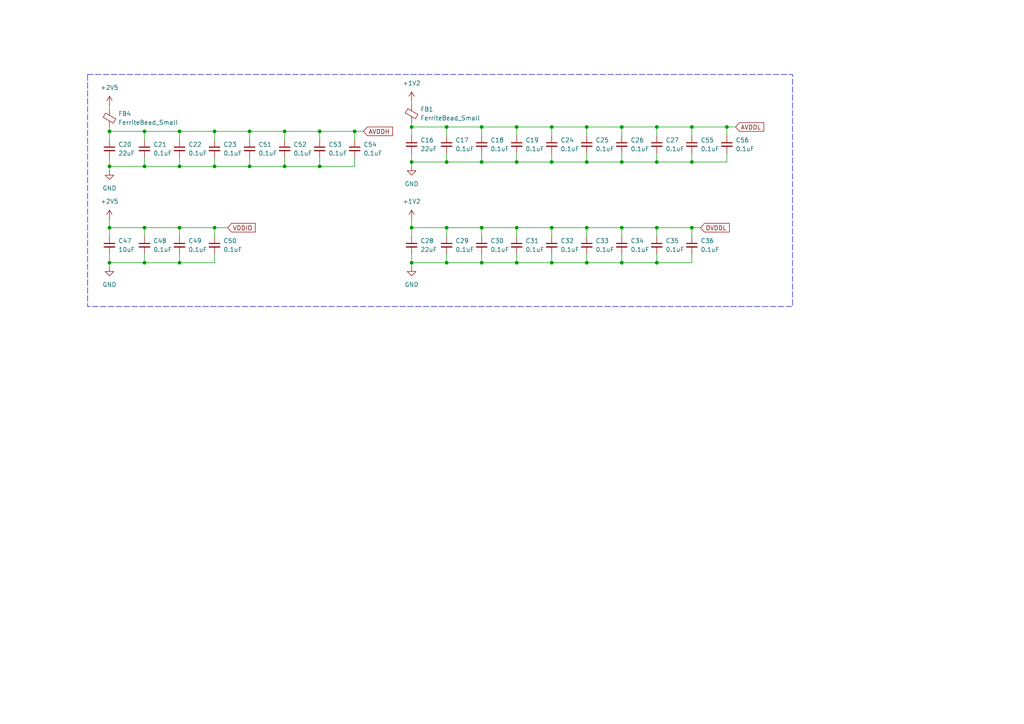
<source format=kicad_sch>
(kicad_sch (version 20231120) (generator "eeschema") (generator_version "8.0")
  (paper "A4")
  (lib_symbols
    (symbol "Device:C_Small" (pin_numbers hide) (pin_names (offset 0.254) hide)
      (property "Reference" "C" (at 0.254 1.778 0))
      (property "Value" "C_Small" (at 0.254 -2.032 0))
      (symbol "C_Small_0_1"
        (polyline (pts (xy -1.524 -0.508) (xy 1.524 -0.508)) (stroke (width 0.3302)))
        (polyline (pts (xy -1.524 0.508) (xy 1.524 0.508)) (stroke (width 0.3048)))
      )
      (symbol "C_Small_1_1"
        (pin passive line (at 0 2.54 270) (length 2.032) (name "~") (number "1"))
        (pin passive line (at 0 -2.54 90) (length 2.032) (name "~") (number "2"))
      )
    )
    (symbol "Device:FerriteBead_Small" (pin_numbers hide) (pin_names (offset 0))
      (property "Reference" "FB" (at 1.905 1.27 0))
      (property "Value" "FerriteBead_Small" (at 1.905 -1.27 0))
      (symbol "FerriteBead_Small_0_1"
        (polyline (pts (xy 0 -1.27) (xy 0 -0.7874)))
        (polyline (pts (xy 0 0.889) (xy 0 1.2954)))
        (polyline (pts (xy -1.8288 0.2794) (xy -1.1176 1.4986) (xy 1.8288 -0.2032) (xy 1.1176 -1.4224) (xy -1.8288 0.2794)))
      )
      (symbol "FerriteBead_Small_1_1"
        (pin passive line (at 0 2.54 270) (length 1.27) (name "~") (number "1"))
        (pin passive line (at 0 -2.54 90) (length 1.27) (name "~") (number "2"))
      )
    )
    (symbol "power:+1V2" (power) (pin_numbers hide) (pin_names (offset 0) hide)
      (property "Value" "+1V2" (at 0 3.556 0))
      (symbol "+1V2_0_1"
        (polyline (pts (xy -0.762 1.27) (xy 0 2.54)))
        (polyline (pts (xy 0 0) (xy 0 2.54)))
        (polyline (pts (xy 0 2.54) (xy 0.762 1.27)))
      )
      (symbol "+1V2_1_1"
        (pin power_in line (at 0 0 90) (length 0) (name "~") (number "1"))
      )
    )
    (symbol "power:+2V5" (power) (pin_numbers hide) (pin_names (offset 0) hide)
      (property "Value" "+2V5" (at 0 3.556 0))
      (symbol "+2V5_0_1"
        (polyline (pts (xy -0.762 1.27) (xy 0 2.54)))
        (polyline (pts (xy 0 0) (xy 0 2.54)))
        (polyline (pts (xy 0 2.54) (xy 0.762 1.27)))
      )
      (symbol "+2V5_1_1"
        (pin power_in line (at 0 0 90) (length 0) (name "~") (number "1"))
      )
    )
    (symbol "power:GND" (power) (pin_numbers hide) (pin_names (offset 0) hide)
      (property "Value" "GND" (at 0 -3.81 0))
      (symbol "GND_0_1"
        (polyline (pts (xy 0 0) (xy 0 -1.27) (xy 1.27 -1.27) (xy 0 -2.54) (xy -1.27 -1.27) (xy 0 -1.27)))
      )
      (symbol "GND_1_1"
        (pin power_in line (at 0 0 270) (length 0) (name "~") (number "1"))
      )
    )
  )
  (junction (at 190.5 46.99))
  (junction (at 52.07 66.04))
  (junction (at 129.54 46.99))
  (junction (at 200.66 46.99))
  (junction (at 62.23 48.26))
  (junction (at 41.91 38.1))
  (junction (at 41.91 66.04))
  (junction (at 129.54 76.2))
  (junction (at 41.91 76.2))
  (junction (at 210.82 36.83))
  (junction (at 119.38 36.83))
  (junction (at 52.07 76.2))
  (junction (at 129.54 66.04))
  (junction (at 41.91 48.26))
  (junction (at 82.55 38.1))
  (junction (at 170.18 76.2))
  (junction (at 149.86 36.83))
  (junction (at 139.7 66.04))
  (junction (at 190.5 76.2))
  (junction (at 180.34 46.99))
  (junction (at 52.07 38.1))
  (junction (at 119.38 66.04))
  (junction (at 200.66 66.04))
  (junction (at 160.02 46.99))
  (junction (at 190.5 36.83))
  (junction (at 170.18 46.99))
  (junction (at 92.71 48.26))
  (junction (at 129.54 36.83))
  (junction (at 160.02 36.83))
  (junction (at 170.18 66.04))
  (junction (at 200.66 36.83))
  (junction (at 31.75 76.2))
  (junction (at 119.38 46.99))
  (junction (at 31.75 48.26))
  (junction (at 92.71 38.1))
  (junction (at 139.7 36.83))
  (junction (at 160.02 66.04))
  (junction (at 160.02 76.2))
  (junction (at 72.39 48.26))
  (junction (at 62.23 66.04))
  (junction (at 180.34 76.2))
  (junction (at 52.07 48.26))
  (junction (at 190.5 66.04))
  (junction (at 139.7 76.2))
  (junction (at 149.86 66.04))
  (junction (at 180.34 36.83))
  (junction (at 139.7 46.99))
  (junction (at 102.87 38.1))
  (junction (at 119.38 76.2))
  (junction (at 149.86 46.99))
  (junction (at 31.75 38.1))
  (junction (at 62.23 38.1))
  (junction (at 82.55 48.26))
  (junction (at 149.86 76.2))
  (junction (at 180.34 66.04))
  (junction (at 72.39 38.1))
  (junction (at 31.75 66.04))
  (junction (at 170.18 36.83))
  (wire (pts (xy 119.38 66.04) (xy 129.54 66.04)))
  (wire (pts (xy 92.71 45.72) (xy 92.71 48.26)))
  (wire (pts (xy 119.38 36.83) (xy 129.54 36.83)))
  (wire (pts (xy 62.23 76.2) (xy 52.07 76.2)))
  (wire (pts (xy 72.39 38.1) (xy 72.39 40.64)))
  (wire (pts (xy 129.54 76.2) (xy 119.38 76.2)))
  (wire (pts (xy 82.55 38.1) (xy 82.55 40.64)))
  (wire (pts (xy 119.38 46.99) (xy 119.38 44.45)))
  (wire (pts (xy 170.18 36.83) (xy 180.34 36.83)))
  (wire (pts (xy 190.5 76.2) (xy 180.34 76.2)))
  (wire (pts (xy 200.66 66.04) (xy 203.2 66.04)))
  (wire (pts (xy 180.34 76.2) (xy 170.18 76.2)))
  (wire (pts (xy 129.54 36.83) (xy 129.54 39.37)))
  (wire (pts (xy 160.02 73.66) (xy 160.02 76.2)))
  (wire (pts (xy 119.38 35.56) (xy 119.38 36.83)))
  (wire (pts (xy 62.23 45.72) (xy 62.23 48.26)))
  (wire (pts (xy 129.54 46.99) (xy 129.54 44.45)))
  (wire (pts (xy 160.02 36.83) (xy 160.02 39.37)))
  (wire (pts (xy 119.38 36.83) (xy 119.38 39.37)))
  (wire (pts (xy 180.34 66.04) (xy 180.34 68.58)))
  (wire (pts (xy 129.54 66.04) (xy 139.7 66.04)))
  (wire (pts (xy 92.71 38.1) (xy 92.71 40.64)))
  (wire (pts (xy 200.66 46.99) (xy 190.5 46.99)))
  (wire (pts (xy 190.5 36.83) (xy 200.66 36.83)))
  (wire (pts (xy 52.07 45.72) (xy 52.07 48.26)))
  (wire (pts (xy 62.23 73.66) (xy 62.23 76.2)))
  (wire (pts (xy 190.5 66.04) (xy 200.66 66.04)))
  (wire (pts (xy 190.5 66.04) (xy 190.5 68.58)))
  (wire (pts (xy 160.02 66.04) (xy 160.02 68.58)))
  (wire (pts (xy 180.34 44.45) (xy 180.34 46.99)))
  (wire (pts (xy 129.54 46.99) (xy 119.38 46.99)))
  (wire (pts (xy 52.07 76.2) (xy 41.91 76.2)))
  (wire (pts (xy 92.71 48.26) (xy 82.55 48.26)))
  (wire (pts (xy 102.87 38.1) (xy 102.87 40.64)))
  (wire (pts (xy 62.23 38.1) (xy 62.23 40.64)))
  (wire (pts (xy 102.87 45.72) (xy 102.87 48.26)))
  (wire (pts (xy 119.38 66.04) (xy 119.38 68.58)))
  (wire (pts (xy 31.75 38.1) (xy 31.75 40.64)))
  (wire (pts (xy 180.34 66.04) (xy 190.5 66.04)))
  (wire (pts (xy 210.82 44.45) (xy 210.82 46.99)))
  (wire (pts (xy 149.86 66.04) (xy 149.86 68.58)))
  (wire (pts (xy 149.86 36.83) (xy 149.86 39.37)))
  (wire (pts (xy 170.18 66.04) (xy 180.34 66.04)))
  (wire (pts (xy 62.23 66.04) (xy 62.23 68.58)))
  (wire (pts (xy 170.18 66.04) (xy 170.18 68.58)))
  (wire (pts (xy 31.75 48.26) (xy 31.75 45.72)))
  (wire (pts (xy 139.7 76.2) (xy 129.54 76.2)))
  (wire (pts (xy 200.66 36.83) (xy 210.82 36.83)))
  (wire (pts (xy 82.55 45.72) (xy 82.55 48.26)))
  (wire (pts (xy 149.86 36.83) (xy 160.02 36.83)))
  (wire (pts (xy 52.07 73.66) (xy 52.07 76.2)))
  (wire (pts (xy 139.7 44.45) (xy 139.7 46.99)))
  (wire (pts (xy 139.7 73.66) (xy 139.7 76.2)))
  (wire (pts (xy 119.38 29.21) (xy 119.38 30.48)))
  (wire (pts (xy 72.39 45.72) (xy 72.39 48.26)))
  (wire (pts (xy 149.86 76.2) (xy 139.7 76.2)))
  (wire (pts (xy 190.5 36.83) (xy 190.5 39.37)))
  (wire (pts (xy 139.7 66.04) (xy 139.7 68.58)))
  (wire (pts (xy 41.91 76.2) (xy 31.75 76.2)))
  (wire (pts (xy 31.75 30.48) (xy 31.75 31.75)))
  (wire (pts (xy 31.75 66.04) (xy 41.91 66.04)))
  (wire (pts (xy 190.5 46.99) (xy 180.34 46.99)))
  (wire (pts (xy 102.87 38.1) (xy 105.41 38.1)))
  (wire (pts (xy 119.38 63.5) (xy 119.38 66.04)))
  (wire (pts (xy 129.54 76.2) (xy 129.54 73.66)))
  (wire (pts (xy 72.39 48.26) (xy 62.23 48.26)))
  (wire (pts (xy 31.75 77.47) (xy 31.75 76.2)))
  (wire (pts (xy 180.34 73.66) (xy 180.34 76.2)))
  (wire (pts (xy 170.18 46.99) (xy 160.02 46.99)))
  (wire (pts (xy 200.66 66.04) (xy 200.66 68.58)))
  (wire (pts (xy 139.7 46.99) (xy 129.54 46.99)))
  (wire (pts (xy 160.02 44.45) (xy 160.02 46.99)))
  (wire (pts (xy 31.75 76.2) (xy 31.75 73.66)))
  (wire (pts (xy 200.66 76.2) (xy 190.5 76.2)))
  (wire (pts (xy 149.86 46.99) (xy 139.7 46.99)))
  (wire (pts (xy 31.75 63.5) (xy 31.75 66.04)))
  (wire (pts (xy 190.5 44.45) (xy 190.5 46.99)))
  (wire (pts (xy 180.34 36.83) (xy 190.5 36.83)))
  (wire (pts (xy 200.66 44.45) (xy 200.66 46.99)))
  (wire (pts (xy 149.86 44.45) (xy 149.86 46.99)))
  (wire (pts (xy 62.23 66.04) (xy 66.04 66.04)))
  (wire (pts (xy 41.91 38.1) (xy 41.91 40.64)))
  (wire (pts (xy 180.34 36.83) (xy 180.34 39.37)))
  (wire (pts (xy 210.82 46.99) (xy 200.66 46.99)))
  (wire (pts (xy 72.39 38.1) (xy 82.55 38.1)))
  (wire (pts (xy 52.07 38.1) (xy 62.23 38.1)))
  (wire (pts (xy 52.07 48.26) (xy 41.91 48.26)))
  (wire (pts (xy 139.7 66.04) (xy 149.86 66.04)))
  (wire (pts (xy 170.18 44.45) (xy 170.18 46.99)))
  (wire (pts (xy 139.7 36.83) (xy 149.86 36.83)))
  (wire (pts (xy 200.66 36.83) (xy 200.66 39.37)))
  (wire (pts (xy 170.18 76.2) (xy 160.02 76.2)))
  (wire (pts (xy 210.82 36.83) (xy 213.36 36.83)))
  (wire (pts (xy 31.75 66.04) (xy 31.75 68.58)))
  (wire (pts (xy 200.66 73.66) (xy 200.66 76.2)))
  (wire (pts (xy 119.38 76.2) (xy 119.38 73.66)))
  (wire (pts (xy 149.86 73.66) (xy 149.86 76.2)))
  (wire (pts (xy 41.91 66.04) (xy 52.07 66.04)))
  (wire (pts (xy 160.02 66.04) (xy 170.18 66.04)))
  (wire (pts (xy 119.38 48.26) (xy 119.38 46.99)))
  (wire (pts (xy 160.02 76.2) (xy 149.86 76.2)))
  (wire (pts (xy 170.18 73.66) (xy 170.18 76.2)))
  (wire (pts (xy 102.87 48.26) (xy 92.71 48.26)))
  (wire (pts (xy 160.02 36.83) (xy 170.18 36.83)))
  (wire (pts (xy 82.55 38.1) (xy 92.71 38.1)))
  (wire (pts (xy 31.75 36.83) (xy 31.75 38.1)))
  (wire (pts (xy 149.86 66.04) (xy 160.02 66.04)))
  (wire (pts (xy 62.23 38.1) (xy 72.39 38.1)))
  (wire (pts (xy 41.91 76.2) (xy 41.91 73.66)))
  (wire (pts (xy 41.91 48.26) (xy 31.75 48.26)))
  (wire (pts (xy 52.07 66.04) (xy 62.23 66.04)))
  (wire (pts (xy 31.75 38.1) (xy 41.91 38.1)))
  (wire (pts (xy 41.91 38.1) (xy 52.07 38.1)))
  (wire (pts (xy 129.54 66.04) (xy 129.54 68.58)))
  (wire (pts (xy 41.91 48.26) (xy 41.91 45.72)))
  (wire (pts (xy 139.7 36.83) (xy 139.7 39.37)))
  (wire (pts (xy 31.75 49.53) (xy 31.75 48.26)))
  (wire (pts (xy 41.91 66.04) (xy 41.91 68.58)))
  (wire (pts (xy 129.54 36.83) (xy 139.7 36.83)))
  (wire (pts (xy 62.23 48.26) (xy 52.07 48.26)))
  (wire (pts (xy 52.07 38.1) (xy 52.07 40.64)))
  (wire (pts (xy 160.02 46.99) (xy 149.86 46.99)))
  (wire (pts (xy 52.07 66.04) (xy 52.07 68.58)))
  (wire (pts (xy 82.55 48.26) (xy 72.39 48.26)))
  (wire (pts (xy 190.5 73.66) (xy 190.5 76.2)))
  (wire (pts (xy 170.18 36.83) (xy 170.18 39.37)))
  (wire (pts (xy 92.71 38.1) (xy 102.87 38.1)))
  (wire (pts (xy 180.34 46.99) (xy 170.18 46.99)))
  (wire (pts (xy 210.82 36.83) (xy 210.82 39.37)))
  (wire (pts (xy 119.38 77.47) (xy 119.38 76.2)))
  (rectangle (start 25.4 21.59) (end 229.87 88.9) (stroke (width 0) (type dash)))
  (global_label "AVDDL" (shape input) (at 213.36 36.83 0) (property "Intersheetrefs" "${INTERSHEET_REFS}" (effects (hide yes))))
  (global_label "AVDDH" (shape input) (at 105.41 38.1 0) (property "Intersheetrefs" "${INTERSHEET_REFS}" (effects (hide yes))))
  (global_label "DVDDL" (shape input) (at 203.2 66.04 0) (property "Intersheetrefs" "${INTERSHEET_REFS}" (effects (hide yes))))
  (global_label "VDDIO" (shape input) (at 66.04 66.04 0) (property "Intersheetrefs" "${INTERSHEET_REFS}" (effects (hide yes))))
  (symbol (lib_id "Device:C_Small") (at 72.39 43.18 0) (unit 1)
    (property "Reference" "C51" (at 74.93 41.9162 0) (effects (justify left)))
    (property "Value" "0.1uF" (at 74.93 44.4562 0) (effects (justify left)))
    (property "Description" "Unpolarized capacitor, small symbol" (effects (hide yes)))
  )
  (symbol (lib_id "Device:C_Small") (at 170.18 71.12 0) (unit 1)
    (property "Reference" "C33" (at 172.72 69.8562 0) (effects (justify left)))
    (property "Value" "0.1uF" (at 172.72 72.3962 0) (effects (justify left)))
    (property "Description" "Unpolarized capacitor, small symbol" (effects (hide yes)))
  )
  (symbol (lib_id "Device:C_Small") (at 119.38 41.91 0) (unit 1)
    (property "Reference" "C16" (at 121.92 40.6462 0) (effects (justify left)))
    (property "Value" "22uF" (at 121.92 43.1862 0) (effects (justify left)))
    (property "Description" "Unpolarized capacitor, small symbol" (effects (hide yes)))
  )
  (symbol (lib_id "power:+1V2") (at 119.38 29.21 0) (unit 1)
    (property "Reference" "#PWR01" (effects (hide yes)))
    (property "Value" "+1V2" (at 119.38 24.13 0))
    (property "Description" "Power symbol creates a global label with name \"+1V2\"" (effects (hide yes)))
  )
  (symbol (lib_id "power:GND") (at 31.75 49.53 0) (unit 1)
    (property "Reference" "#PWR012" (effects (hide yes)))
    (property "Value" "GND" (at 31.75 54.61 0))
    (property "Description" "Power symbol creates a global label with name \"GND\" , ground" (effects (hide yes)))
  )
  (symbol (lib_id "power:GND") (at 119.38 48.26 0) (unit 1)
    (property "Reference" "#PWR05" (effects (hide yes)))
    (property "Value" "GND" (at 119.38 53.34 0))
    (property "Description" "Power symbol creates a global label with name \"GND\" , ground" (effects (hide yes)))
  )
  (symbol (lib_id "Device:C_Small") (at 180.34 71.12 0) (unit 1)
    (property "Reference" "C34" (at 182.88 69.8562 0) (effects (justify left)))
    (property "Value" "0.1uF" (at 182.88 72.3962 0) (effects (justify left)))
    (property "Description" "Unpolarized capacitor, small symbol" (effects (hide yes)))
  )
  (symbol (lib_id "Device:C_Small") (at 102.87 43.18 0) (unit 1)
    (property "Reference" "C54" (at 105.41 41.9162 0) (effects (justify left)))
    (property "Value" "0.1uF" (at 105.41 44.4562 0) (effects (justify left)))
    (property "Description" "Unpolarized capacitor, small symbol" (effects (hide yes)))
  )
  (symbol (lib_id "Device:C_Small") (at 52.07 71.12 0) (unit 1)
    (property "Reference" "C49" (at 54.61 69.8562 0) (effects (justify left)))
    (property "Value" "0.1uF" (at 54.61 72.3962 0) (effects (justify left)))
    (property "Description" "Unpolarized capacitor, small symbol" (effects (hide yes)))
  )
  (symbol (lib_id "Device:C_Small") (at 200.66 71.12 0) (unit 1)
    (property "Reference" "C36" (at 203.2 69.8562 0) (effects (justify left)))
    (property "Value" "0.1uF" (at 203.2 72.3962 0) (effects (justify left)))
    (property "Description" "Unpolarized capacitor, small symbol" (effects (hide yes)))
  )
  (symbol (lib_id "Device:C_Small") (at 52.07 43.18 0) (unit 1)
    (property "Reference" "C22" (at 54.61 41.9162 0) (effects (justify left)))
    (property "Value" "0.1uF" (at 54.61 44.4562 0) (effects (justify left)))
    (property "Description" "Unpolarized capacitor, small symbol" (effects (hide yes)))
  )
  (symbol (lib_id "Device:C_Small") (at 170.18 41.91 0) (unit 1)
    (property "Reference" "C25" (at 172.72 40.6462 0) (effects (justify left)))
    (property "Value" "0.1uF" (at 172.72 43.1862 0) (effects (justify left)))
    (property "Description" "Unpolarized capacitor, small symbol" (effects (hide yes)))
  )
  (symbol (lib_id "Device:C_Small") (at 180.34 41.91 0) (unit 1)
    (property "Reference" "C26" (at 182.88 40.6462 0) (effects (justify left)))
    (property "Value" "0.1uF" (at 182.88 43.1862 0) (effects (justify left)))
    (property "Description" "Unpolarized capacitor, small symbol" (effects (hide yes)))
  )
  (symbol (lib_id "Device:C_Small") (at 119.38 71.12 0) (unit 1)
    (property "Reference" "C28" (at 121.92 69.8562 0) (effects (justify left)))
    (property "Value" "22uF" (at 121.92 72.3962 0) (effects (justify left)))
    (property "Description" "Unpolarized capacitor, small symbol" (effects (hide yes)))
  )
  (symbol (lib_id "Device:FerriteBead_Small") (at 119.38 33.02 0) (unit 1)
    (property "Reference" "FB1" (at 121.92 31.7118 0) (effects (justify left)))
    (property "Value" "FerriteBead_Small" (at 121.92 34.2518 0) (effects (justify left)))
    (property "Description" "Ferrite bead, small symbol" (effects (hide yes)))
  )
  (symbol (lib_id "Device:C_Small") (at 31.75 43.18 0) (unit 1)
    (property "Reference" "C20" (at 34.29 41.9162 0) (effects (justify left)))
    (property "Value" "22uF" (at 34.29 44.4562 0) (effects (justify left)))
    (property "Description" "Unpolarized capacitor, small symbol" (effects (hide yes)))
  )
  (symbol (lib_id "power:+2V5") (at 31.75 63.5 0) (unit 1)
    (property "Reference" "#PWR017" (effects (hide yes)))
    (property "Value" "+2V5" (at 31.75 58.42 0))
    (property "Description" "Power symbol creates a global label with name \"+2V5\"" (effects (hide yes)))
  )
  (symbol (lib_id "power:GND") (at 31.75 77.47 0) (unit 1)
    (property "Reference" "#PWR018" (effects (hide yes)))
    (property "Value" "GND" (at 31.75 82.55 0))
    (property "Description" "Power symbol creates a global label with name \"GND\" , ground" (effects (hide yes)))
  )
  (symbol (lib_id "Device:C_Small") (at 200.66 41.91 0) (unit 1)
    (property "Reference" "C55" (at 203.2 40.6462 0) (effects (justify left)))
    (property "Value" "0.1uF" (at 203.2 43.1862 0) (effects (justify left)))
    (property "Description" "Unpolarized capacitor, small symbol" (effects (hide yes)))
  )
  (symbol (lib_id "power:+1V2") (at 119.38 63.5 0) (unit 1)
    (property "Reference" "#PWR013" (effects (hide yes)))
    (property "Value" "+1V2" (at 119.38 58.42 0))
    (property "Description" "Power symbol creates a global label with name \"+1V2\"" (effects (hide yes)))
  )
  (symbol (lib_id "power:GND") (at 119.38 77.47 0) (unit 1)
    (property "Reference" "#PWR014" (effects (hide yes)))
    (property "Value" "GND" (at 119.38 82.55 0))
    (property "Description" "Power symbol creates a global label with name \"GND\" , ground" (effects (hide yes)))
  )
  (symbol (lib_id "Device:C_Small") (at 160.02 71.12 0) (unit 1)
    (property "Reference" "C32" (at 162.56 69.8562 0) (effects (justify left)))
    (property "Value" "0.1uF" (at 162.56 72.3962 0) (effects (justify left)))
    (property "Description" "Unpolarized capacitor, small symbol" (effects (hide yes)))
  )
  (symbol (lib_id "Device:C_Small") (at 31.75 71.12 0) (unit 1)
    (property "Reference" "C47" (at 34.29 69.8562 0) (effects (justify left)))
    (property "Value" "10uF" (at 34.29 72.3962 0) (effects (justify left)))
    (property "Description" "Unpolarized capacitor, small symbol" (effects (hide yes)))
  )
  (symbol (lib_id "Device:C_Small") (at 82.55 43.18 0) (unit 1)
    (property "Reference" "C52" (at 85.09 41.9162 0) (effects (justify left)))
    (property "Value" "0.1uF" (at 85.09 44.4562 0) (effects (justify left)))
    (property "Description" "Unpolarized capacitor, small symbol" (effects (hide yes)))
  )
  (symbol (lib_id "Device:C_Small") (at 190.5 71.12 0) (unit 1)
    (property "Reference" "C35" (at 193.04 69.8562 0) (effects (justify left)))
    (property "Value" "0.1uF" (at 193.04 72.3962 0) (effects (justify left)))
    (property "Description" "Unpolarized capacitor, small symbol" (effects (hide yes)))
  )
  (symbol (lib_id "Device:C_Small") (at 139.7 41.91 0) (unit 1)
    (property "Reference" "C18" (at 142.24 40.6462 0) (effects (justify left)))
    (property "Value" "0.1uF" (at 142.24 43.1862 0) (effects (justify left)))
    (property "Description" "Unpolarized capacitor, small symbol" (effects (hide yes)))
  )
  (symbol (lib_id "Device:C_Small") (at 210.82 41.91 0) (unit 1)
    (property "Reference" "C56" (at 213.36 40.6462 0) (effects (justify left)))
    (property "Value" "0.1uF" (at 213.36 43.1862 0) (effects (justify left)))
    (property "Description" "Unpolarized capacitor, small symbol" (effects (hide yes)))
  )
  (symbol (lib_id "Device:C_Small") (at 190.5 41.91 0) (unit 1)
    (property "Reference" "C27" (at 193.04 40.6462 0) (effects (justify left)))
    (property "Value" "0.1uF" (at 193.04 43.1862 0) (effects (justify left)))
    (property "Description" "Unpolarized capacitor, small symbol" (effects (hide yes)))
  )
  (symbol (lib_id "power:+2V5") (at 31.75 30.48 0) (unit 1)
    (property "Reference" "#PWR08" (effects (hide yes)))
    (property "Value" "+2V5" (at 31.75 25.4 0))
    (property "Description" "Power symbol creates a global label with name \"+2V5\"" (effects (hide yes)))
  )
  (symbol (lib_id "Device:C_Small") (at 41.91 71.12 0) (unit 1)
    (property "Reference" "C48" (at 44.45 69.8562 0) (effects (justify left)))
    (property "Value" "0.1uF" (at 44.45 72.3962 0) (effects (justify left)))
    (property "Description" "Unpolarized capacitor, small symbol" (effects (hide yes)))
  )
  (symbol (lib_id "Device:C_Small") (at 149.86 71.12 0) (unit 1)
    (property "Reference" "C31" (at 152.4 69.8562 0) (effects (justify left)))
    (property "Value" "0.1uF" (at 152.4 72.3962 0) (effects (justify left)))
    (property "Description" "Unpolarized capacitor, small symbol" (effects (hide yes)))
  )
  (symbol (lib_id "Device:C_Small") (at 129.54 41.91 0) (unit 1)
    (property "Reference" "C17" (at 132.08 40.6462 0) (effects (justify left)))
    (property "Value" "0.1uF" (at 132.08 43.1862 0) (effects (justify left)))
    (property "Description" "Unpolarized capacitor, small symbol" (effects (hide yes)))
  )
  (symbol (lib_id "Device:C_Small") (at 41.91 43.18 0) (unit 1)
    (property "Reference" "C21" (at 44.45 41.9162 0) (effects (justify left)))
    (property "Value" "0.1uF" (at 44.45 44.4562 0) (effects (justify left)))
    (property "Description" "Unpolarized capacitor, small symbol" (effects (hide yes)))
  )
  (symbol (lib_id "Device:C_Small") (at 160.02 41.91 0) (unit 1)
    (property "Reference" "C24" (at 162.56 40.6462 0) (effects (justify left)))
    (property "Value" "0.1uF" (at 162.56 43.1862 0) (effects (justify left)))
    (property "Description" "Unpolarized capacitor, small symbol" (effects (hide yes)))
  )
  (symbol (lib_id "Device:C_Small") (at 139.7 71.12 0) (unit 1)
    (property "Reference" "C30" (at 142.24 69.8562 0) (effects (justify left)))
    (property "Value" "0.1uF" (at 142.24 72.3962 0) (effects (justify left)))
    (property "Description" "Unpolarized capacitor, small symbol" (effects (hide yes)))
  )
  (symbol (lib_id "Device:C_Small") (at 62.23 71.12 0) (unit 1)
    (property "Reference" "C50" (at 64.77 69.8562 0) (effects (justify left)))
    (property "Value" "0.1uF" (at 64.77 72.3962 0) (effects (justify left)))
    (property "Description" "Unpolarized capacitor, small symbol" (effects (hide yes)))
  )
  (symbol (lib_id "Device:C_Small") (at 62.23 43.18 0) (unit 1)
    (property "Reference" "C23" (at 64.77 41.9162 0) (effects (justify left)))
    (property "Value" "0.1uF" (at 64.77 44.4562 0) (effects (justify left)))
    (property "Description" "Unpolarized capacitor, small symbol" (effects (hide yes)))
  )
  (symbol (lib_id "Device:C_Small") (at 92.71 43.18 0) (unit 1)
    (property "Reference" "C53" (at 95.25 41.9162 0) (effects (justify left)))
    (property "Value" "0.1uF" (at 95.25 44.4562 0) (effects (justify left)))
    (property "Description" "Unpolarized capacitor, small symbol" (effects (hide yes)))
  )
  (symbol (lib_id "Device:C_Small") (at 129.54 71.12 0) (unit 1)
    (property "Reference" "C29" (at 132.08 69.8562 0) (effects (justify left)))
    (property "Value" "0.1uF" (at 132.08 72.3962 0) (effects (justify left)))
    (property "Description" "Unpolarized capacitor, small symbol" (effects (hide yes)))
  )
  (symbol (lib_id "Device:FerriteBead_Small") (at 31.75 34.29 0) (unit 1)
    (property "Reference" "FB4" (at 34.29 32.9818 0) (effects (justify left)))
    (property "Value" "FerriteBead_Small" (at 34.29 35.5218 0) (effects (justify left)))
    (property "Description" "Ferrite bead, small symbol" (effects (hide yes)))
  )
  (symbol (lib_id "Device:C_Small") (at 149.86 41.91 0) (unit 1)
    (property "Reference" "C19" (at 152.4 40.6462 0) (effects (justify left)))
    (property "Value" "0.1uF" (at 152.4 43.1862 0) (effects (justify left)))
    (property "Description" "Unpolarized capacitor, small symbol" (effects (hide yes)))
  )
)
</source>
